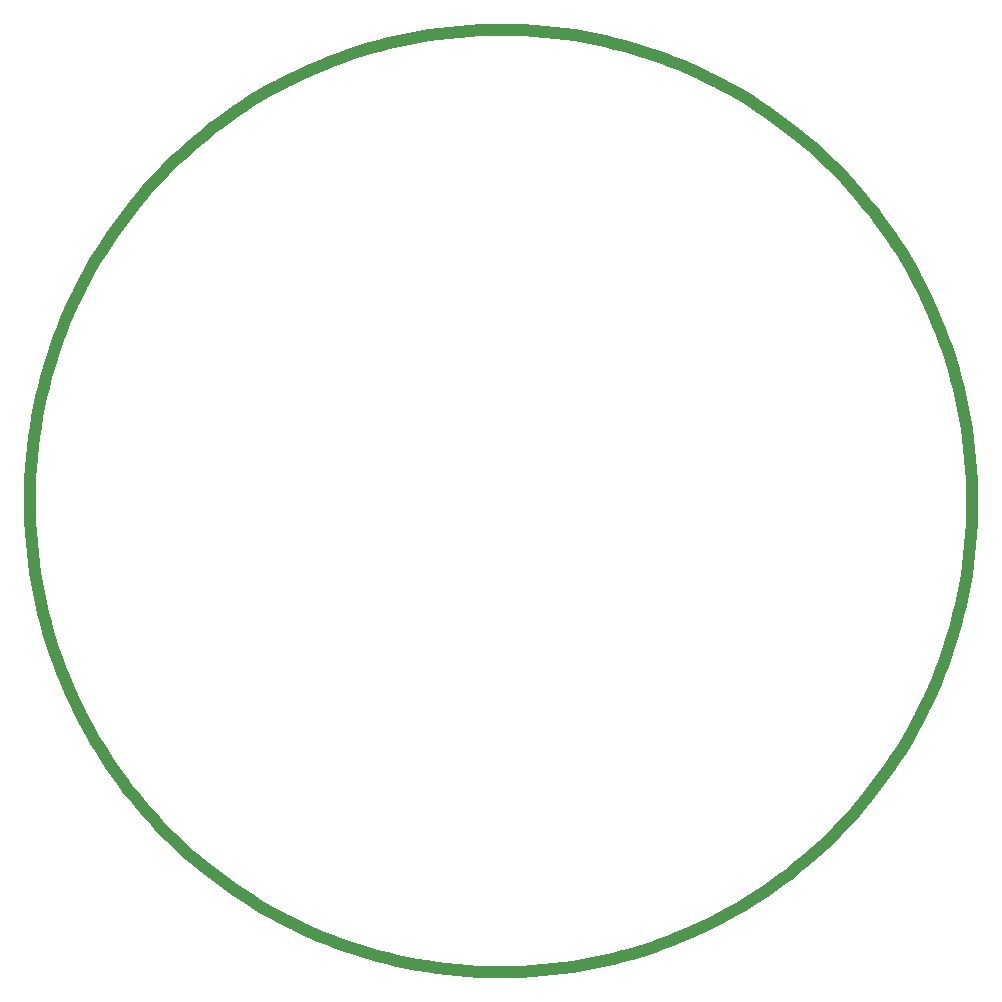
<source format=gbr>
%TF.GenerationSoftware,KiCad,Pcbnew,8.0.8*%
%TF.CreationDate,2025-04-01T18:27:37+02:00*%
%TF.ProjectId,Blahaj_Pentagramm_Badge_Front,426c6168-616a-45f5-9065-6e7461677261,rev?*%
%TF.SameCoordinates,Original*%
%TF.FileFunction,Profile,NP*%
%FSLAX46Y46*%
G04 Gerber Fmt 4.6, Leading zero omitted, Abs format (unit mm)*
G04 Created by KiCad (PCBNEW 8.0.8) date 2025-04-01 18:27:37*
%MOMM*%
%LPD*%
G01*
G04 APERTURE LIST*
%TA.AperFunction,Profile*%
%ADD10C,1.000000*%
%TD*%
G04 APERTURE END LIST*
D10*
X140798000Y-100014000D02*
X141681000Y-100046000D01*
X142559000Y-100098000D01*
X143432000Y-100168000D01*
X144300000Y-100257000D01*
X145162000Y-100365000D01*
X146018000Y-100490000D01*
X146868000Y-100634000D01*
X147712000Y-100795000D01*
X148550000Y-100975000D01*
X149381000Y-101171000D01*
X150205000Y-101385000D01*
X151022000Y-101616000D01*
X151832000Y-101864000D01*
X152635000Y-102128000D01*
X153430000Y-102409000D01*
X154217000Y-102706000D01*
X154996000Y-103019000D01*
X155767000Y-103347000D01*
X156530000Y-103692000D01*
X157284000Y-104051000D01*
X158029000Y-104426000D01*
X158765000Y-104817000D01*
X159492000Y-105221000D01*
X160210000Y-105641000D01*
X160918000Y-106075000D01*
X161616000Y-106523000D01*
X162304000Y-106985000D01*
X162982000Y-107461000D01*
X163649000Y-107950000D01*
X164306000Y-108453000D01*
X164952000Y-108969000D01*
X165587000Y-109498000D01*
X166211000Y-110040000D01*
X166823000Y-110594000D01*
X167424000Y-111161000D01*
X168012000Y-111740000D01*
X168589000Y-112331000D01*
X169154000Y-112934000D01*
X169706000Y-113549000D01*
X170246000Y-114175000D01*
X170772000Y-114812000D01*
X171286000Y-115460000D01*
X171786000Y-116118000D01*
X172273000Y-116788000D01*
X172747000Y-117468000D01*
X173206000Y-118158000D01*
X173652000Y-118857000D01*
X174083000Y-119567000D01*
X174500000Y-120286000D01*
X174902000Y-121015000D01*
X175289000Y-121753000D01*
X175661000Y-122500000D01*
X176018000Y-123255000D01*
X176360000Y-124020000D01*
X176686000Y-124792000D01*
X176996000Y-125573000D01*
X177289000Y-126361000D01*
X177567000Y-127158000D01*
X177828000Y-127962000D01*
X178073000Y-128773000D01*
X178301000Y-129592000D01*
X178511000Y-130417000D01*
X178705000Y-131250000D01*
X178881000Y-132088000D01*
X179039000Y-132934000D01*
X179179000Y-133785000D01*
X179302000Y-134642000D01*
X179406000Y-135505000D01*
X179491000Y-136374000D01*
X179558000Y-137248000D01*
X179606000Y-138127000D01*
X179635000Y-139011000D01*
X179645000Y-139900000D01*
X179645000Y-140065000D01*
X179631000Y-140953000D01*
X179599000Y-141836000D01*
X179547000Y-142714000D01*
X179477000Y-143587000D01*
X179388000Y-144455000D01*
X179280000Y-145317000D01*
X179155000Y-146173000D01*
X179011000Y-147023000D01*
X178849000Y-147867000D01*
X178670000Y-148705000D01*
X178474000Y-149536000D01*
X178260000Y-150360000D01*
X178029000Y-151177000D01*
X177781000Y-151987000D01*
X177517000Y-152790000D01*
X177236000Y-153585000D01*
X176939000Y-154372000D01*
X176626000Y-155151000D01*
X176298000Y-155922000D01*
X175953000Y-156685000D01*
X175593000Y-157439000D01*
X175218000Y-158184000D01*
X174828000Y-158920000D01*
X174424000Y-159647000D01*
X174004000Y-160365000D01*
X173570000Y-161073000D01*
X173122000Y-161771000D01*
X172660000Y-162459000D01*
X172184000Y-163137000D01*
X171695000Y-163804000D01*
X171192000Y-164461000D01*
X170676000Y-165107000D01*
X170147000Y-165742000D01*
X169605000Y-166366000D01*
X169050000Y-166978000D01*
X168484000Y-167579000D01*
X167905000Y-168167000D01*
X167313000Y-168744000D01*
X166711000Y-169309000D01*
X166096000Y-169861000D01*
X165470000Y-170401000D01*
X164833000Y-170927000D01*
X164185000Y-171441000D01*
X163527000Y-171941000D01*
X162857000Y-172428000D01*
X162177000Y-172902000D01*
X161487000Y-173361000D01*
X160787000Y-173807000D01*
X160078000Y-174238000D01*
X159358000Y-174655000D01*
X158630000Y-175057000D01*
X157892000Y-175444000D01*
X157145000Y-175816000D01*
X156390000Y-176173000D01*
X155625000Y-176515000D01*
X154853000Y-176840000D01*
X154072000Y-177151000D01*
X153283000Y-177444000D01*
X152487000Y-177722000D01*
X151683000Y-177983000D01*
X150872000Y-178228000D01*
X150053000Y-178456000D01*
X149228000Y-178666000D01*
X148395000Y-178860000D01*
X147557000Y-179036000D01*
X146711000Y-179194000D01*
X145860000Y-179334000D01*
X145003000Y-179457000D01*
X144140000Y-179561000D01*
X143271000Y-179646000D01*
X142397000Y-179713000D01*
X141518000Y-179761000D01*
X140634000Y-179790000D01*
X139745000Y-179800000D01*
X139580000Y-179800000D01*
X138692000Y-179786000D01*
X137809000Y-179754000D01*
X136931000Y-179702000D01*
X136058000Y-179632000D01*
X135190000Y-179543000D01*
X134328000Y-179435000D01*
X133472000Y-179310000D01*
X132622000Y-179166000D01*
X131778000Y-179004000D01*
X130940000Y-178825000D01*
X130109000Y-178629000D01*
X129285000Y-178415000D01*
X128468000Y-178184000D01*
X127658000Y-177936000D01*
X126855000Y-177672000D01*
X126060000Y-177391000D01*
X125273000Y-177094000D01*
X124494000Y-176781000D01*
X123723000Y-176453000D01*
X122960000Y-176108000D01*
X122206000Y-175748000D01*
X121461000Y-175373000D01*
X120725000Y-174983000D01*
X119998000Y-174579000D01*
X119280000Y-174159000D01*
X118572000Y-173725000D01*
X117874000Y-173277000D01*
X117186000Y-172815000D01*
X116508000Y-172339000D01*
X115841000Y-171850000D01*
X115184000Y-171347000D01*
X114538000Y-170831000D01*
X113903000Y-170302000D01*
X113279000Y-169760000D01*
X112667000Y-169205000D01*
X112066000Y-168639000D01*
X111477000Y-168059000D01*
X110901000Y-167468000D01*
X110336000Y-166866000D01*
X109784000Y-166251000D01*
X109244000Y-165625000D01*
X108718000Y-164988000D01*
X108204000Y-164340000D01*
X107704000Y-163681000D01*
X107217000Y-163012000D01*
X106743000Y-162332000D01*
X106284000Y-161642000D01*
X105838000Y-160942000D01*
X105407000Y-160233000D01*
X104990000Y-159513000D01*
X104588000Y-158785000D01*
X104201000Y-158047000D01*
X103829000Y-157300000D01*
X103472000Y-156545000D01*
X103130000Y-155780000D01*
X102804000Y-155008000D01*
X102494000Y-154227000D01*
X102201000Y-153438000D01*
X101923000Y-152642000D01*
X101662000Y-151838000D01*
X101417000Y-151027000D01*
X101189000Y-150208000D01*
X100979000Y-149383000D01*
X100785000Y-148550000D01*
X100609000Y-147711000D01*
X100451000Y-146866000D01*
X100311000Y-146015000D01*
X100188000Y-145158000D01*
X100084000Y-144295000D01*
X99999000Y-143426000D01*
X99932000Y-142552000D01*
X99884000Y-141673000D01*
X99855000Y-140789000D01*
X99845000Y-139900000D01*
X99845000Y-139735000D01*
X99859000Y-138847000D01*
X99891000Y-137964000D01*
X99943000Y-137086000D01*
X100013000Y-136213000D01*
X100102000Y-135345000D01*
X100210000Y-134483000D01*
X100335000Y-133627000D01*
X100479000Y-132777000D01*
X100641000Y-131933000D01*
X100820000Y-131095000D01*
X101016000Y-130264000D01*
X101230000Y-129440000D01*
X101461000Y-128623000D01*
X101709000Y-127813000D01*
X101973000Y-127010000D01*
X102254000Y-126215000D01*
X102551000Y-125428000D01*
X102864000Y-124649000D01*
X103192000Y-123878000D01*
X103537000Y-123115000D01*
X103896000Y-122361000D01*
X104272000Y-121616000D01*
X104662000Y-120880000D01*
X105066000Y-120153000D01*
X105486000Y-119435000D01*
X105920000Y-118727000D01*
X106368000Y-118029000D01*
X106830000Y-117341000D01*
X107306000Y-116663000D01*
X107795000Y-115996000D01*
X108298000Y-115339000D01*
X108814000Y-114693000D01*
X109343000Y-114058000D01*
X109885000Y-113434000D01*
X110440000Y-112822000D01*
X111006000Y-112221000D01*
X111585000Y-111632000D01*
X112177000Y-111056000D01*
X112779000Y-110491000D01*
X113394000Y-109939000D01*
X114020000Y-109399000D01*
X114657000Y-108873000D01*
X115305000Y-108359000D01*
X115963000Y-107859000D01*
X116633000Y-107372000D01*
X117313000Y-106898000D01*
X118003000Y-106439000D01*
X118702000Y-105993000D01*
X119412000Y-105562000D01*
X120131000Y-105145000D01*
X120860000Y-104743000D01*
X121598000Y-104356000D01*
X122345000Y-103984000D01*
X123100000Y-103627000D01*
X123865000Y-103285000D01*
X124637000Y-102959000D01*
X125418000Y-102649000D01*
X126206000Y-102356000D01*
X127003000Y-102078000D01*
X127807000Y-101817000D01*
X128618000Y-101572000D01*
X129437000Y-101344000D01*
X130262000Y-101134000D01*
X131095000Y-100940000D01*
X131933000Y-100764000D01*
X132779000Y-100606000D01*
X133630000Y-100466000D01*
X134487000Y-100343000D01*
X135350000Y-100239000D01*
X136219000Y-100154000D01*
X137093000Y-100087000D01*
X137972000Y-100039000D01*
X138856000Y-100010000D01*
X139745000Y-100000000D01*
X139910000Y-100000000D01*
X140798000Y-100014000D01*
M02*

</source>
